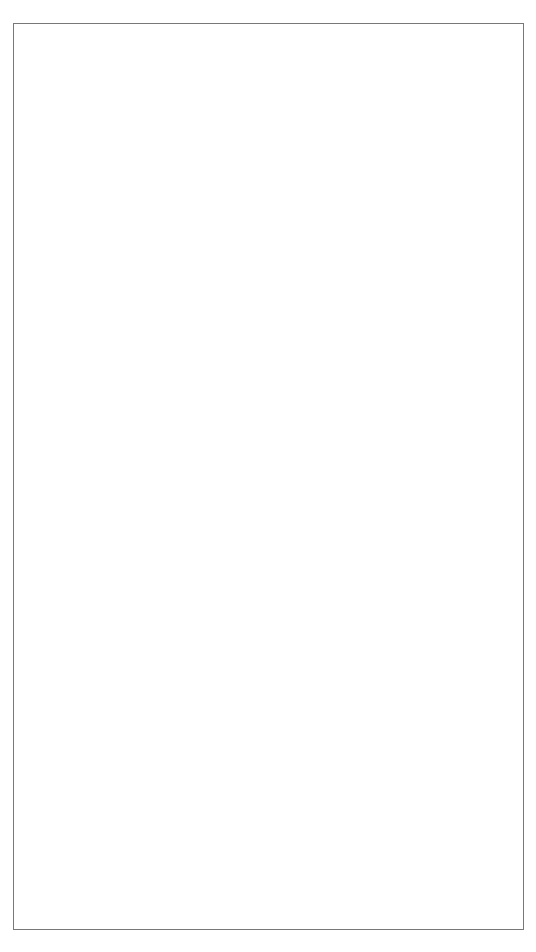
<source format=gbr>
%TF.GenerationSoftware,KiCad,Pcbnew,(5.1.10-1-10_14)*%
%TF.CreationDate,2021-08-24T00:58:23-04:00*%
%TF.ProjectId,breadboard-prototype-bus,62726561-6462-46f6-9172-642d70726f74,rev?*%
%TF.SameCoordinates,Original*%
%TF.FileFunction,Profile,NP*%
%FSLAX46Y46*%
G04 Gerber Fmt 4.6, Leading zero omitted, Abs format (unit mm)*
G04 Created by KiCad (PCBNEW (5.1.10-1-10_14)) date 2021-08-24 00:58:23*
%MOMM*%
%LPD*%
G01*
G04 APERTURE LIST*
%TA.AperFunction,Profile*%
%ADD10C,0.050000*%
%TD*%
G04 APERTURE END LIST*
D10*
X105918000Y-61214000D02*
X62738000Y-61214000D01*
X62738000Y-137922000D02*
X105918000Y-137922000D01*
X105918000Y-137160000D02*
X105918000Y-137922000D01*
X105918000Y-61214000D02*
X105918000Y-137160000D01*
X62738000Y-61214000D02*
X62738000Y-137922000D01*
M02*

</source>
